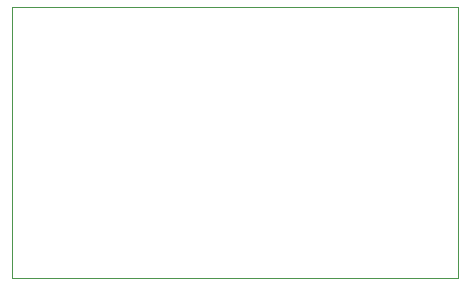
<source format=gbr>
%TF.GenerationSoftware,KiCad,Pcbnew,7.0.6*%
%TF.CreationDate,2024-03-24T10:59:23+08:00*%
%TF.ProjectId,USB3 Hub,55534233-2048-4756-922e-6b696361645f,rev?*%
%TF.SameCoordinates,Original*%
%TF.FileFunction,Profile,NP*%
%FSLAX46Y46*%
G04 Gerber Fmt 4.6, Leading zero omitted, Abs format (unit mm)*
G04 Created by KiCad (PCBNEW 7.0.6) date 2024-03-24 10:59:23*
%MOMM*%
%LPD*%
G01*
G04 APERTURE LIST*
%TA.AperFunction,Profile*%
%ADD10C,0.100000*%
%TD*%
G04 APERTURE END LIST*
D10*
X121840000Y-80285000D02*
X159620000Y-80285000D01*
X159620000Y-103195000D01*
X121840000Y-103195000D01*
X121840000Y-80285000D01*
M02*

</source>
